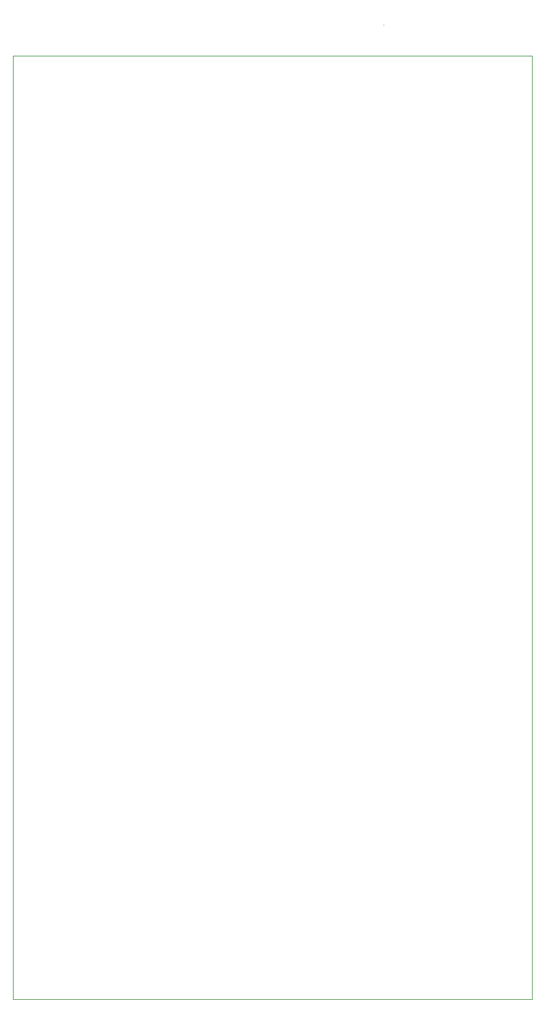
<source format=gbr>
G04 #@! TF.GenerationSoftware,KiCad,Pcbnew,5.1.8*
G04 #@! TF.CreationDate,2020-12-03T15:53:58+01:00*
G04 #@! TF.ProjectId,AS3340-VCO,41533333-3430-42d5-9643-4f2e6b696361,1*
G04 #@! TF.SameCoordinates,Original*
G04 #@! TF.FileFunction,Profile,NP*
%FSLAX46Y46*%
G04 Gerber Fmt 4.6, Leading zero omitted, Abs format (unit mm)*
G04 Created by KiCad (PCBNEW 5.1.8) date 2020-12-03 15:53:58*
%MOMM*%
%LPD*%
G01*
G04 APERTURE LIST*
G04 #@! TA.AperFunction,Profile*
%ADD10C,0.050000*%
G04 #@! TD*
G04 APERTURE END LIST*
D10*
X110600000Y-23622000D02*
X181620000Y-23622000D01*
X181620000Y-152560000D02*
X181620000Y-23622000D01*
X110600000Y-152560000D02*
X181620000Y-152560000D01*
X161310000Y-19340000D02*
X161310000Y-19340000D01*
X110600000Y-152560000D02*
X110600000Y-23620000D01*
M02*

</source>
